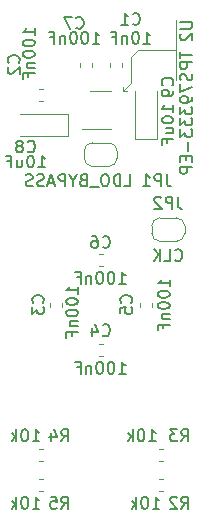
<source format=gbr>
G04 #@! TF.GenerationSoftware,KiCad,Pcbnew,(5.1.0)-1*
G04 #@! TF.CreationDate,2020-08-07T11:47:51-07:00*
G04 #@! TF.ProjectId,MAX7_Proto,4d415837-5f50-4726-9f74-6f2e6b696361,rev?*
G04 #@! TF.SameCoordinates,Original*
G04 #@! TF.FileFunction,Legend,Bot*
G04 #@! TF.FilePolarity,Positive*
%FSLAX46Y46*%
G04 Gerber Fmt 4.6, Leading zero omitted, Abs format (unit mm)*
G04 Created by KiCad (PCBNEW (5.1.0)-1) date 2020-08-07 11:47:51*
%MOMM*%
%LPD*%
G04 APERTURE LIST*
%ADD10C,0.120000*%
%ADD11C,0.150000*%
G04 APERTURE END LIST*
D10*
X139065000Y-83502500D02*
X139382500Y-83502500D01*
X139065000Y-83502500D02*
X139065000Y-83185000D01*
X139700000Y-82867500D02*
X139065000Y-83502500D01*
X143510000Y-80010000D02*
X143510000Y-82550000D01*
X143510000Y-80010000D02*
X143510000Y-77470000D01*
X140335000Y-80010000D02*
X143510000Y-80010000D01*
X139700000Y-82867500D02*
X139700000Y-80645000D01*
X139700000Y-80645000D02*
X140335000Y-80010000D01*
X137331267Y-98300000D02*
X136988733Y-98300000D01*
X137331267Y-97280000D02*
X136988733Y-97280000D01*
X141480000Y-101771267D02*
X141480000Y-101428733D01*
X140460000Y-101771267D02*
X140460000Y-101428733D01*
X137920000Y-81451267D02*
X137920000Y-81108733D01*
X138940000Y-81451267D02*
X138940000Y-81108733D01*
X132251267Y-83310000D02*
X131908733Y-83310000D01*
X132251267Y-84330000D02*
X131908733Y-84330000D01*
X132840000Y-101428733D02*
X132840000Y-101771267D01*
X133860000Y-101428733D02*
X133860000Y-101771267D01*
X136988733Y-104900000D02*
X137331267Y-104900000D01*
X136988733Y-105920000D02*
X137331267Y-105920000D01*
X136400000Y-81451267D02*
X136400000Y-81108733D01*
X135380000Y-81451267D02*
X135380000Y-81108733D01*
X130312500Y-85425000D02*
X134397500Y-85425000D01*
X134397500Y-85425000D02*
X134397500Y-87295000D01*
X134397500Y-87295000D02*
X130312500Y-87295000D01*
X140035000Y-87575000D02*
X140035000Y-83490000D01*
X141905000Y-87575000D02*
X140035000Y-87575000D01*
X141905000Y-83490000D02*
X141905000Y-87575000D01*
X136460000Y-89900000D02*
X137860000Y-89900000D01*
X138560000Y-89200000D02*
X138560000Y-88600000D01*
X137860000Y-87900000D02*
X136460000Y-87900000D01*
X135760000Y-88600000D02*
X135760000Y-89200000D01*
X135760000Y-89200000D02*
G75*
G03X136460000Y-89900000I700000J0D01*
G01*
X136460000Y-87900000D02*
G75*
G03X135760000Y-88600000I0J-700000D01*
G01*
X138560000Y-88600000D02*
G75*
G03X137860000Y-87900000I-700000J0D01*
G01*
X137860000Y-89900000D02*
G75*
G03X138560000Y-89200000I0J700000D01*
G01*
X143590000Y-96250000D02*
G75*
G03X144290000Y-95550000I0J700000D01*
G01*
X144290000Y-94950000D02*
G75*
G03X143590000Y-94250000I-700000J0D01*
G01*
X142190000Y-94250000D02*
G75*
G03X141490000Y-94950000I0J-700000D01*
G01*
X141490000Y-95550000D02*
G75*
G03X142190000Y-96250000I700000J0D01*
G01*
X141490000Y-94950000D02*
X141490000Y-95550000D01*
X143590000Y-94250000D02*
X142190000Y-94250000D01*
X144290000Y-95550000D02*
X144290000Y-94950000D01*
X142190000Y-96250000D02*
X143590000Y-96250000D01*
X142068733Y-117350000D02*
X142411267Y-117350000D01*
X142068733Y-116330000D02*
X142411267Y-116330000D01*
X142068733Y-114810000D02*
X142411267Y-114810000D01*
X142068733Y-113790000D02*
X142411267Y-113790000D01*
X132251267Y-114810000D02*
X131908733Y-114810000D01*
X132251267Y-113790000D02*
X131908733Y-113790000D01*
X132251267Y-116330000D02*
X131908733Y-116330000D01*
X132251267Y-117350000D02*
X131908733Y-117350000D01*
X136260000Y-83480000D02*
X138060000Y-83480000D01*
X138060000Y-86700000D02*
X135610000Y-86700000D01*
D11*
X137326666Y-96717142D02*
X137374285Y-96764761D01*
X137517142Y-96812380D01*
X137612380Y-96812380D01*
X137755238Y-96764761D01*
X137850476Y-96669523D01*
X137898095Y-96574285D01*
X137945714Y-96383809D01*
X137945714Y-96240952D01*
X137898095Y-96050476D01*
X137850476Y-95955238D01*
X137755238Y-95860000D01*
X137612380Y-95812380D01*
X137517142Y-95812380D01*
X137374285Y-95860000D01*
X137326666Y-95907619D01*
X136469523Y-95812380D02*
X136660000Y-95812380D01*
X136755238Y-95860000D01*
X136802857Y-95907619D01*
X136898095Y-96050476D01*
X136945714Y-96240952D01*
X136945714Y-96621904D01*
X136898095Y-96717142D01*
X136850476Y-96764761D01*
X136755238Y-96812380D01*
X136564761Y-96812380D01*
X136469523Y-96764761D01*
X136421904Y-96717142D01*
X136374285Y-96621904D01*
X136374285Y-96383809D01*
X136421904Y-96288571D01*
X136469523Y-96240952D01*
X136564761Y-96193333D01*
X136755238Y-96193333D01*
X136850476Y-96240952D01*
X136898095Y-96288571D01*
X136945714Y-96383809D01*
X138707619Y-99829880D02*
X139279047Y-99829880D01*
X138993333Y-99829880D02*
X138993333Y-98829880D01*
X139088571Y-98972738D01*
X139183809Y-99067976D01*
X139279047Y-99115595D01*
X138088571Y-98829880D02*
X137993333Y-98829880D01*
X137898095Y-98877500D01*
X137850476Y-98925119D01*
X137802857Y-99020357D01*
X137755238Y-99210833D01*
X137755238Y-99448928D01*
X137802857Y-99639404D01*
X137850476Y-99734642D01*
X137898095Y-99782261D01*
X137993333Y-99829880D01*
X138088571Y-99829880D01*
X138183809Y-99782261D01*
X138231428Y-99734642D01*
X138279047Y-99639404D01*
X138326666Y-99448928D01*
X138326666Y-99210833D01*
X138279047Y-99020357D01*
X138231428Y-98925119D01*
X138183809Y-98877500D01*
X138088571Y-98829880D01*
X137136190Y-98829880D02*
X137040952Y-98829880D01*
X136945714Y-98877500D01*
X136898095Y-98925119D01*
X136850476Y-99020357D01*
X136802857Y-99210833D01*
X136802857Y-99448928D01*
X136850476Y-99639404D01*
X136898095Y-99734642D01*
X136945714Y-99782261D01*
X137040952Y-99829880D01*
X137136190Y-99829880D01*
X137231428Y-99782261D01*
X137279047Y-99734642D01*
X137326666Y-99639404D01*
X137374285Y-99448928D01*
X137374285Y-99210833D01*
X137326666Y-99020357D01*
X137279047Y-98925119D01*
X137231428Y-98877500D01*
X137136190Y-98829880D01*
X136374285Y-99163214D02*
X136374285Y-99829880D01*
X136374285Y-99258452D02*
X136326666Y-99210833D01*
X136231428Y-99163214D01*
X136088571Y-99163214D01*
X135993333Y-99210833D01*
X135945714Y-99306071D01*
X135945714Y-99829880D01*
X135136190Y-99306071D02*
X135469523Y-99306071D01*
X135469523Y-99829880D02*
X135469523Y-98829880D01*
X134993333Y-98829880D01*
X139739642Y-101433333D02*
X139787261Y-101385714D01*
X139834880Y-101242857D01*
X139834880Y-101147619D01*
X139787261Y-101004761D01*
X139692023Y-100909523D01*
X139596785Y-100861904D01*
X139406309Y-100814285D01*
X139263452Y-100814285D01*
X139072976Y-100861904D01*
X138977738Y-100909523D01*
X138882500Y-101004761D01*
X138834880Y-101147619D01*
X138834880Y-101242857D01*
X138882500Y-101385714D01*
X138930119Y-101433333D01*
X138834880Y-102338095D02*
X138834880Y-101861904D01*
X139311071Y-101814285D01*
X139263452Y-101861904D01*
X139215833Y-101957142D01*
X139215833Y-102195238D01*
X139263452Y-102290476D01*
X139311071Y-102338095D01*
X139406309Y-102385714D01*
X139644404Y-102385714D01*
X139739642Y-102338095D01*
X139787261Y-102290476D01*
X139834880Y-102195238D01*
X139834880Y-101957142D01*
X139787261Y-101861904D01*
X139739642Y-101814285D01*
X143009880Y-100052380D02*
X143009880Y-99480952D01*
X143009880Y-99766666D02*
X142009880Y-99766666D01*
X142152738Y-99671428D01*
X142247976Y-99576190D01*
X142295595Y-99480952D01*
X142009880Y-100671428D02*
X142009880Y-100766666D01*
X142057500Y-100861904D01*
X142105119Y-100909523D01*
X142200357Y-100957142D01*
X142390833Y-101004761D01*
X142628928Y-101004761D01*
X142819404Y-100957142D01*
X142914642Y-100909523D01*
X142962261Y-100861904D01*
X143009880Y-100766666D01*
X143009880Y-100671428D01*
X142962261Y-100576190D01*
X142914642Y-100528571D01*
X142819404Y-100480952D01*
X142628928Y-100433333D01*
X142390833Y-100433333D01*
X142200357Y-100480952D01*
X142105119Y-100528571D01*
X142057500Y-100576190D01*
X142009880Y-100671428D01*
X142009880Y-101623809D02*
X142009880Y-101719047D01*
X142057500Y-101814285D01*
X142105119Y-101861904D01*
X142200357Y-101909523D01*
X142390833Y-101957142D01*
X142628928Y-101957142D01*
X142819404Y-101909523D01*
X142914642Y-101861904D01*
X142962261Y-101814285D01*
X143009880Y-101719047D01*
X143009880Y-101623809D01*
X142962261Y-101528571D01*
X142914642Y-101480952D01*
X142819404Y-101433333D01*
X142628928Y-101385714D01*
X142390833Y-101385714D01*
X142200357Y-101433333D01*
X142105119Y-101480952D01*
X142057500Y-101528571D01*
X142009880Y-101623809D01*
X142343214Y-102385714D02*
X143009880Y-102385714D01*
X142438452Y-102385714D02*
X142390833Y-102433333D01*
X142343214Y-102528571D01*
X142343214Y-102671428D01*
X142390833Y-102766666D01*
X142486071Y-102814285D01*
X143009880Y-102814285D01*
X142486071Y-103623809D02*
X142486071Y-103290476D01*
X143009880Y-103290476D02*
X142009880Y-103290476D01*
X142009880Y-103766666D01*
X139866666Y-77827142D02*
X139914285Y-77874761D01*
X140057142Y-77922380D01*
X140152380Y-77922380D01*
X140295238Y-77874761D01*
X140390476Y-77779523D01*
X140438095Y-77684285D01*
X140485714Y-77493809D01*
X140485714Y-77350952D01*
X140438095Y-77160476D01*
X140390476Y-77065238D01*
X140295238Y-76970000D01*
X140152380Y-76922380D01*
X140057142Y-76922380D01*
X139914285Y-76970000D01*
X139866666Y-77017619D01*
X138914285Y-77922380D02*
X139485714Y-77922380D01*
X139200000Y-77922380D02*
X139200000Y-76922380D01*
X139295238Y-77065238D01*
X139390476Y-77160476D01*
X139485714Y-77208095D01*
X140771428Y-79509880D02*
X141342857Y-79509880D01*
X141057142Y-79509880D02*
X141057142Y-78509880D01*
X141152380Y-78652738D01*
X141247619Y-78747976D01*
X141342857Y-78795595D01*
X140152380Y-78509880D02*
X140057142Y-78509880D01*
X139961904Y-78557500D01*
X139914285Y-78605119D01*
X139866666Y-78700357D01*
X139819047Y-78890833D01*
X139819047Y-79128928D01*
X139866666Y-79319404D01*
X139914285Y-79414642D01*
X139961904Y-79462261D01*
X140057142Y-79509880D01*
X140152380Y-79509880D01*
X140247619Y-79462261D01*
X140295238Y-79414642D01*
X140342857Y-79319404D01*
X140390476Y-79128928D01*
X140390476Y-78890833D01*
X140342857Y-78700357D01*
X140295238Y-78605119D01*
X140247619Y-78557500D01*
X140152380Y-78509880D01*
X139390476Y-78843214D02*
X139390476Y-79509880D01*
X139390476Y-78938452D02*
X139342857Y-78890833D01*
X139247619Y-78843214D01*
X139104761Y-78843214D01*
X139009523Y-78890833D01*
X138961904Y-78986071D01*
X138961904Y-79509880D01*
X138152380Y-78986071D02*
X138485714Y-78986071D01*
X138485714Y-79509880D02*
X138485714Y-78509880D01*
X138009523Y-78509880D01*
X130214642Y-81113333D02*
X130262261Y-81065714D01*
X130309880Y-80922857D01*
X130309880Y-80827619D01*
X130262261Y-80684761D01*
X130167023Y-80589523D01*
X130071785Y-80541904D01*
X129881309Y-80494285D01*
X129738452Y-80494285D01*
X129547976Y-80541904D01*
X129452738Y-80589523D01*
X129357500Y-80684761D01*
X129309880Y-80827619D01*
X129309880Y-80922857D01*
X129357500Y-81065714D01*
X129405119Y-81113333D01*
X129405119Y-81494285D02*
X129357500Y-81541904D01*
X129309880Y-81637142D01*
X129309880Y-81875238D01*
X129357500Y-81970476D01*
X129405119Y-82018095D01*
X129500357Y-82065714D01*
X129595595Y-82065714D01*
X129738452Y-82018095D01*
X130309880Y-81446666D01*
X130309880Y-82065714D01*
X131579880Y-78779880D02*
X131579880Y-78208452D01*
X131579880Y-78494166D02*
X130579880Y-78494166D01*
X130722738Y-78398928D01*
X130817976Y-78303690D01*
X130865595Y-78208452D01*
X130579880Y-79398928D02*
X130579880Y-79494166D01*
X130627500Y-79589404D01*
X130675119Y-79637023D01*
X130770357Y-79684642D01*
X130960833Y-79732261D01*
X131198928Y-79732261D01*
X131389404Y-79684642D01*
X131484642Y-79637023D01*
X131532261Y-79589404D01*
X131579880Y-79494166D01*
X131579880Y-79398928D01*
X131532261Y-79303690D01*
X131484642Y-79256071D01*
X131389404Y-79208452D01*
X131198928Y-79160833D01*
X130960833Y-79160833D01*
X130770357Y-79208452D01*
X130675119Y-79256071D01*
X130627500Y-79303690D01*
X130579880Y-79398928D01*
X130579880Y-80351309D02*
X130579880Y-80446547D01*
X130627500Y-80541785D01*
X130675119Y-80589404D01*
X130770357Y-80637023D01*
X130960833Y-80684642D01*
X131198928Y-80684642D01*
X131389404Y-80637023D01*
X131484642Y-80589404D01*
X131532261Y-80541785D01*
X131579880Y-80446547D01*
X131579880Y-80351309D01*
X131532261Y-80256071D01*
X131484642Y-80208452D01*
X131389404Y-80160833D01*
X131198928Y-80113214D01*
X130960833Y-80113214D01*
X130770357Y-80160833D01*
X130675119Y-80208452D01*
X130627500Y-80256071D01*
X130579880Y-80351309D01*
X130913214Y-81113214D02*
X131579880Y-81113214D01*
X131008452Y-81113214D02*
X130960833Y-81160833D01*
X130913214Y-81256071D01*
X130913214Y-81398928D01*
X130960833Y-81494166D01*
X131056071Y-81541785D01*
X131579880Y-81541785D01*
X131056071Y-82351309D02*
X131056071Y-82017976D01*
X131579880Y-82017976D02*
X130579880Y-82017976D01*
X130579880Y-82494166D01*
X132277142Y-101433333D02*
X132324761Y-101385714D01*
X132372380Y-101242857D01*
X132372380Y-101147619D01*
X132324761Y-101004761D01*
X132229523Y-100909523D01*
X132134285Y-100861904D01*
X131943809Y-100814285D01*
X131800952Y-100814285D01*
X131610476Y-100861904D01*
X131515238Y-100909523D01*
X131420000Y-101004761D01*
X131372380Y-101147619D01*
X131372380Y-101242857D01*
X131420000Y-101385714D01*
X131467619Y-101433333D01*
X131372380Y-101766666D02*
X131372380Y-102385714D01*
X131753333Y-102052380D01*
X131753333Y-102195238D01*
X131800952Y-102290476D01*
X131848571Y-102338095D01*
X131943809Y-102385714D01*
X132181904Y-102385714D01*
X132277142Y-102338095D01*
X132324761Y-102290476D01*
X132372380Y-102195238D01*
X132372380Y-101909523D01*
X132324761Y-101814285D01*
X132277142Y-101766666D01*
X135232380Y-100687380D02*
X135232380Y-100115952D01*
X135232380Y-100401666D02*
X134232380Y-100401666D01*
X134375238Y-100306428D01*
X134470476Y-100211190D01*
X134518095Y-100115952D01*
X134232380Y-101306428D02*
X134232380Y-101401666D01*
X134280000Y-101496904D01*
X134327619Y-101544523D01*
X134422857Y-101592142D01*
X134613333Y-101639761D01*
X134851428Y-101639761D01*
X135041904Y-101592142D01*
X135137142Y-101544523D01*
X135184761Y-101496904D01*
X135232380Y-101401666D01*
X135232380Y-101306428D01*
X135184761Y-101211190D01*
X135137142Y-101163571D01*
X135041904Y-101115952D01*
X134851428Y-101068333D01*
X134613333Y-101068333D01*
X134422857Y-101115952D01*
X134327619Y-101163571D01*
X134280000Y-101211190D01*
X134232380Y-101306428D01*
X134232380Y-102258809D02*
X134232380Y-102354047D01*
X134280000Y-102449285D01*
X134327619Y-102496904D01*
X134422857Y-102544523D01*
X134613333Y-102592142D01*
X134851428Y-102592142D01*
X135041904Y-102544523D01*
X135137142Y-102496904D01*
X135184761Y-102449285D01*
X135232380Y-102354047D01*
X135232380Y-102258809D01*
X135184761Y-102163571D01*
X135137142Y-102115952D01*
X135041904Y-102068333D01*
X134851428Y-102020714D01*
X134613333Y-102020714D01*
X134422857Y-102068333D01*
X134327619Y-102115952D01*
X134280000Y-102163571D01*
X134232380Y-102258809D01*
X134565714Y-103020714D02*
X135232380Y-103020714D01*
X134660952Y-103020714D02*
X134613333Y-103068333D01*
X134565714Y-103163571D01*
X134565714Y-103306428D01*
X134613333Y-103401666D01*
X134708571Y-103449285D01*
X135232380Y-103449285D01*
X134708571Y-104258809D02*
X134708571Y-103925476D01*
X135232380Y-103925476D02*
X134232380Y-103925476D01*
X134232380Y-104401666D01*
X137326666Y-104179642D02*
X137374285Y-104227261D01*
X137517142Y-104274880D01*
X137612380Y-104274880D01*
X137755238Y-104227261D01*
X137850476Y-104132023D01*
X137898095Y-104036785D01*
X137945714Y-103846309D01*
X137945714Y-103703452D01*
X137898095Y-103512976D01*
X137850476Y-103417738D01*
X137755238Y-103322500D01*
X137612380Y-103274880D01*
X137517142Y-103274880D01*
X137374285Y-103322500D01*
X137326666Y-103370119D01*
X136469523Y-103608214D02*
X136469523Y-104274880D01*
X136707619Y-103227261D02*
X136945714Y-103941547D01*
X136326666Y-103941547D01*
X138707619Y-107449880D02*
X139279047Y-107449880D01*
X138993333Y-107449880D02*
X138993333Y-106449880D01*
X139088571Y-106592738D01*
X139183809Y-106687976D01*
X139279047Y-106735595D01*
X138088571Y-106449880D02*
X137993333Y-106449880D01*
X137898095Y-106497500D01*
X137850476Y-106545119D01*
X137802857Y-106640357D01*
X137755238Y-106830833D01*
X137755238Y-107068928D01*
X137802857Y-107259404D01*
X137850476Y-107354642D01*
X137898095Y-107402261D01*
X137993333Y-107449880D01*
X138088571Y-107449880D01*
X138183809Y-107402261D01*
X138231428Y-107354642D01*
X138279047Y-107259404D01*
X138326666Y-107068928D01*
X138326666Y-106830833D01*
X138279047Y-106640357D01*
X138231428Y-106545119D01*
X138183809Y-106497500D01*
X138088571Y-106449880D01*
X137136190Y-106449880D02*
X137040952Y-106449880D01*
X136945714Y-106497500D01*
X136898095Y-106545119D01*
X136850476Y-106640357D01*
X136802857Y-106830833D01*
X136802857Y-107068928D01*
X136850476Y-107259404D01*
X136898095Y-107354642D01*
X136945714Y-107402261D01*
X137040952Y-107449880D01*
X137136190Y-107449880D01*
X137231428Y-107402261D01*
X137279047Y-107354642D01*
X137326666Y-107259404D01*
X137374285Y-107068928D01*
X137374285Y-106830833D01*
X137326666Y-106640357D01*
X137279047Y-106545119D01*
X137231428Y-106497500D01*
X137136190Y-106449880D01*
X136374285Y-106783214D02*
X136374285Y-107449880D01*
X136374285Y-106878452D02*
X136326666Y-106830833D01*
X136231428Y-106783214D01*
X136088571Y-106783214D01*
X135993333Y-106830833D01*
X135945714Y-106926071D01*
X135945714Y-107449880D01*
X135136190Y-106926071D02*
X135469523Y-106926071D01*
X135469523Y-107449880D02*
X135469523Y-106449880D01*
X134993333Y-106449880D01*
X135104166Y-78144642D02*
X135151785Y-78192261D01*
X135294642Y-78239880D01*
X135389880Y-78239880D01*
X135532738Y-78192261D01*
X135627976Y-78097023D01*
X135675595Y-78001785D01*
X135723214Y-77811309D01*
X135723214Y-77668452D01*
X135675595Y-77477976D01*
X135627976Y-77382738D01*
X135532738Y-77287500D01*
X135389880Y-77239880D01*
X135294642Y-77239880D01*
X135151785Y-77287500D01*
X135104166Y-77335119D01*
X134770833Y-77239880D02*
X134104166Y-77239880D01*
X134532738Y-78239880D01*
X136485119Y-79509880D02*
X137056547Y-79509880D01*
X136770833Y-79509880D02*
X136770833Y-78509880D01*
X136866071Y-78652738D01*
X136961309Y-78747976D01*
X137056547Y-78795595D01*
X135866071Y-78509880D02*
X135770833Y-78509880D01*
X135675595Y-78557500D01*
X135627976Y-78605119D01*
X135580357Y-78700357D01*
X135532738Y-78890833D01*
X135532738Y-79128928D01*
X135580357Y-79319404D01*
X135627976Y-79414642D01*
X135675595Y-79462261D01*
X135770833Y-79509880D01*
X135866071Y-79509880D01*
X135961309Y-79462261D01*
X136008928Y-79414642D01*
X136056547Y-79319404D01*
X136104166Y-79128928D01*
X136104166Y-78890833D01*
X136056547Y-78700357D01*
X136008928Y-78605119D01*
X135961309Y-78557500D01*
X135866071Y-78509880D01*
X134913690Y-78509880D02*
X134818452Y-78509880D01*
X134723214Y-78557500D01*
X134675595Y-78605119D01*
X134627976Y-78700357D01*
X134580357Y-78890833D01*
X134580357Y-79128928D01*
X134627976Y-79319404D01*
X134675595Y-79414642D01*
X134723214Y-79462261D01*
X134818452Y-79509880D01*
X134913690Y-79509880D01*
X135008928Y-79462261D01*
X135056547Y-79414642D01*
X135104166Y-79319404D01*
X135151785Y-79128928D01*
X135151785Y-78890833D01*
X135104166Y-78700357D01*
X135056547Y-78605119D01*
X135008928Y-78557500D01*
X134913690Y-78509880D01*
X134151785Y-78843214D02*
X134151785Y-79509880D01*
X134151785Y-78938452D02*
X134104166Y-78890833D01*
X134008928Y-78843214D01*
X133866071Y-78843214D01*
X133770833Y-78890833D01*
X133723214Y-78986071D01*
X133723214Y-79509880D01*
X132913690Y-78986071D02*
X133247023Y-78986071D01*
X133247023Y-79509880D02*
X133247023Y-78509880D01*
X132770833Y-78509880D01*
X130976666Y-88622142D02*
X131024285Y-88669761D01*
X131167142Y-88717380D01*
X131262380Y-88717380D01*
X131405238Y-88669761D01*
X131500476Y-88574523D01*
X131548095Y-88479285D01*
X131595714Y-88288809D01*
X131595714Y-88145952D01*
X131548095Y-87955476D01*
X131500476Y-87860238D01*
X131405238Y-87765000D01*
X131262380Y-87717380D01*
X131167142Y-87717380D01*
X131024285Y-87765000D01*
X130976666Y-87812619D01*
X130405238Y-88145952D02*
X130500476Y-88098333D01*
X130548095Y-88050714D01*
X130595714Y-87955476D01*
X130595714Y-87907857D01*
X130548095Y-87812619D01*
X130500476Y-87765000D01*
X130405238Y-87717380D01*
X130214761Y-87717380D01*
X130119523Y-87765000D01*
X130071904Y-87812619D01*
X130024285Y-87907857D01*
X130024285Y-87955476D01*
X130071904Y-88050714D01*
X130119523Y-88098333D01*
X130214761Y-88145952D01*
X130405238Y-88145952D01*
X130500476Y-88193571D01*
X130548095Y-88241190D01*
X130595714Y-88336428D01*
X130595714Y-88526904D01*
X130548095Y-88622142D01*
X130500476Y-88669761D01*
X130405238Y-88717380D01*
X130214761Y-88717380D01*
X130119523Y-88669761D01*
X130071904Y-88622142D01*
X130024285Y-88526904D01*
X130024285Y-88336428D01*
X130071904Y-88241190D01*
X130119523Y-88193571D01*
X130214761Y-88145952D01*
X131881428Y-89987380D02*
X132452857Y-89987380D01*
X132167142Y-89987380D02*
X132167142Y-88987380D01*
X132262380Y-89130238D01*
X132357619Y-89225476D01*
X132452857Y-89273095D01*
X131262380Y-88987380D02*
X131167142Y-88987380D01*
X131071904Y-89035000D01*
X131024285Y-89082619D01*
X130976666Y-89177857D01*
X130929047Y-89368333D01*
X130929047Y-89606428D01*
X130976666Y-89796904D01*
X131024285Y-89892142D01*
X131071904Y-89939761D01*
X131167142Y-89987380D01*
X131262380Y-89987380D01*
X131357619Y-89939761D01*
X131405238Y-89892142D01*
X131452857Y-89796904D01*
X131500476Y-89606428D01*
X131500476Y-89368333D01*
X131452857Y-89177857D01*
X131405238Y-89082619D01*
X131357619Y-89035000D01*
X131262380Y-88987380D01*
X130071904Y-89320714D02*
X130071904Y-89987380D01*
X130500476Y-89320714D02*
X130500476Y-89844523D01*
X130452857Y-89939761D01*
X130357619Y-89987380D01*
X130214761Y-89987380D01*
X130119523Y-89939761D01*
X130071904Y-89892142D01*
X129262380Y-89463571D02*
X129595714Y-89463571D01*
X129595714Y-89987380D02*
X129595714Y-88987380D01*
X129119523Y-88987380D01*
X143232142Y-83018333D02*
X143279761Y-82970714D01*
X143327380Y-82827857D01*
X143327380Y-82732619D01*
X143279761Y-82589761D01*
X143184523Y-82494523D01*
X143089285Y-82446904D01*
X142898809Y-82399285D01*
X142755952Y-82399285D01*
X142565476Y-82446904D01*
X142470238Y-82494523D01*
X142375000Y-82589761D01*
X142327380Y-82732619D01*
X142327380Y-82827857D01*
X142375000Y-82970714D01*
X142422619Y-83018333D01*
X143327380Y-83494523D02*
X143327380Y-83685000D01*
X143279761Y-83780238D01*
X143232142Y-83827857D01*
X143089285Y-83923095D01*
X142898809Y-83970714D01*
X142517857Y-83970714D01*
X142422619Y-83923095D01*
X142375000Y-83875476D01*
X142327380Y-83780238D01*
X142327380Y-83589761D01*
X142375000Y-83494523D01*
X142422619Y-83446904D01*
X142517857Y-83399285D01*
X142755952Y-83399285D01*
X142851190Y-83446904D01*
X142898809Y-83494523D01*
X142946428Y-83589761D01*
X142946428Y-83780238D01*
X142898809Y-83875476D01*
X142851190Y-83923095D01*
X142755952Y-83970714D01*
X143327380Y-85288571D02*
X143327380Y-84717142D01*
X143327380Y-85002857D02*
X142327380Y-85002857D01*
X142470238Y-84907619D01*
X142565476Y-84812380D01*
X142613095Y-84717142D01*
X142327380Y-85907619D02*
X142327380Y-86002857D01*
X142375000Y-86098095D01*
X142422619Y-86145714D01*
X142517857Y-86193333D01*
X142708333Y-86240952D01*
X142946428Y-86240952D01*
X143136904Y-86193333D01*
X143232142Y-86145714D01*
X143279761Y-86098095D01*
X143327380Y-86002857D01*
X143327380Y-85907619D01*
X143279761Y-85812380D01*
X143232142Y-85764761D01*
X143136904Y-85717142D01*
X142946428Y-85669523D01*
X142708333Y-85669523D01*
X142517857Y-85717142D01*
X142422619Y-85764761D01*
X142375000Y-85812380D01*
X142327380Y-85907619D01*
X142660714Y-87098095D02*
X143327380Y-87098095D01*
X142660714Y-86669523D02*
X143184523Y-86669523D01*
X143279761Y-86717142D01*
X143327380Y-86812380D01*
X143327380Y-86955238D01*
X143279761Y-87050476D01*
X143232142Y-87098095D01*
X142803571Y-87907619D02*
X142803571Y-87574285D01*
X143327380Y-87574285D02*
X142327380Y-87574285D01*
X142327380Y-88050476D01*
X142755833Y-90574880D02*
X142755833Y-91289166D01*
X142803452Y-91432023D01*
X142898690Y-91527261D01*
X143041547Y-91574880D01*
X143136785Y-91574880D01*
X142279642Y-91574880D02*
X142279642Y-90574880D01*
X141898690Y-90574880D01*
X141803452Y-90622500D01*
X141755833Y-90670119D01*
X141708214Y-90765357D01*
X141708214Y-90908214D01*
X141755833Y-91003452D01*
X141803452Y-91051071D01*
X141898690Y-91098690D01*
X142279642Y-91098690D01*
X140755833Y-91574880D02*
X141327261Y-91574880D01*
X141041547Y-91574880D02*
X141041547Y-90574880D01*
X141136785Y-90717738D01*
X141232023Y-90812976D01*
X141327261Y-90860595D01*
X139159761Y-91574880D02*
X139635952Y-91574880D01*
X139635952Y-90574880D01*
X138826428Y-91574880D02*
X138826428Y-90574880D01*
X138588333Y-90574880D01*
X138445476Y-90622500D01*
X138350238Y-90717738D01*
X138302619Y-90812976D01*
X138255000Y-91003452D01*
X138255000Y-91146309D01*
X138302619Y-91336785D01*
X138350238Y-91432023D01*
X138445476Y-91527261D01*
X138588333Y-91574880D01*
X138826428Y-91574880D01*
X137635952Y-90574880D02*
X137445476Y-90574880D01*
X137350238Y-90622500D01*
X137255000Y-90717738D01*
X137207380Y-90908214D01*
X137207380Y-91241547D01*
X137255000Y-91432023D01*
X137350238Y-91527261D01*
X137445476Y-91574880D01*
X137635952Y-91574880D01*
X137731190Y-91527261D01*
X137826428Y-91432023D01*
X137874047Y-91241547D01*
X137874047Y-90908214D01*
X137826428Y-90717738D01*
X137731190Y-90622500D01*
X137635952Y-90574880D01*
X137016904Y-91670119D02*
X136255000Y-91670119D01*
X135683571Y-91051071D02*
X135540714Y-91098690D01*
X135493095Y-91146309D01*
X135445476Y-91241547D01*
X135445476Y-91384404D01*
X135493095Y-91479642D01*
X135540714Y-91527261D01*
X135635952Y-91574880D01*
X136016904Y-91574880D01*
X136016904Y-90574880D01*
X135683571Y-90574880D01*
X135588333Y-90622500D01*
X135540714Y-90670119D01*
X135493095Y-90765357D01*
X135493095Y-90860595D01*
X135540714Y-90955833D01*
X135588333Y-91003452D01*
X135683571Y-91051071D01*
X136016904Y-91051071D01*
X134826428Y-91098690D02*
X134826428Y-91574880D01*
X135159761Y-90574880D02*
X134826428Y-91098690D01*
X134493095Y-90574880D01*
X134159761Y-91574880D02*
X134159761Y-90574880D01*
X133778809Y-90574880D01*
X133683571Y-90622500D01*
X133635952Y-90670119D01*
X133588333Y-90765357D01*
X133588333Y-90908214D01*
X133635952Y-91003452D01*
X133683571Y-91051071D01*
X133778809Y-91098690D01*
X134159761Y-91098690D01*
X133207380Y-91289166D02*
X132731190Y-91289166D01*
X133302619Y-91574880D02*
X132969285Y-90574880D01*
X132635952Y-91574880D01*
X132350238Y-91527261D02*
X132207380Y-91574880D01*
X131969285Y-91574880D01*
X131874047Y-91527261D01*
X131826428Y-91479642D01*
X131778809Y-91384404D01*
X131778809Y-91289166D01*
X131826428Y-91193928D01*
X131874047Y-91146309D01*
X131969285Y-91098690D01*
X132159761Y-91051071D01*
X132255000Y-91003452D01*
X132302619Y-90955833D01*
X132350238Y-90860595D01*
X132350238Y-90765357D01*
X132302619Y-90670119D01*
X132255000Y-90622500D01*
X132159761Y-90574880D01*
X131921666Y-90574880D01*
X131778809Y-90622500D01*
X131397857Y-91527261D02*
X131255000Y-91574880D01*
X131016904Y-91574880D01*
X130921666Y-91527261D01*
X130874047Y-91479642D01*
X130826428Y-91384404D01*
X130826428Y-91289166D01*
X130874047Y-91193928D01*
X130921666Y-91146309D01*
X131016904Y-91098690D01*
X131207380Y-91051071D01*
X131302619Y-91003452D01*
X131350238Y-90955833D01*
X131397857Y-90860595D01*
X131397857Y-90765357D01*
X131350238Y-90670119D01*
X131302619Y-90622500D01*
X131207380Y-90574880D01*
X130969285Y-90574880D01*
X130826428Y-90622500D01*
X143708333Y-92479880D02*
X143708333Y-93194166D01*
X143755952Y-93337023D01*
X143851190Y-93432261D01*
X143994047Y-93479880D01*
X144089285Y-93479880D01*
X143232142Y-93479880D02*
X143232142Y-92479880D01*
X142851190Y-92479880D01*
X142755952Y-92527500D01*
X142708333Y-92575119D01*
X142660714Y-92670357D01*
X142660714Y-92813214D01*
X142708333Y-92908452D01*
X142755952Y-92956071D01*
X142851190Y-93003690D01*
X143232142Y-93003690D01*
X142279761Y-92575119D02*
X142232142Y-92527500D01*
X142136904Y-92479880D01*
X141898809Y-92479880D01*
X141803571Y-92527500D01*
X141755952Y-92575119D01*
X141708333Y-92670357D01*
X141708333Y-92765595D01*
X141755952Y-92908452D01*
X142327380Y-93479880D01*
X141708333Y-93479880D01*
X143470238Y-97829642D02*
X143517857Y-97877261D01*
X143660714Y-97924880D01*
X143755952Y-97924880D01*
X143898809Y-97877261D01*
X143994047Y-97782023D01*
X144041666Y-97686785D01*
X144089285Y-97496309D01*
X144089285Y-97353452D01*
X144041666Y-97162976D01*
X143994047Y-97067738D01*
X143898809Y-96972500D01*
X143755952Y-96924880D01*
X143660714Y-96924880D01*
X143517857Y-96972500D01*
X143470238Y-97020119D01*
X142565476Y-97924880D02*
X143041666Y-97924880D01*
X143041666Y-96924880D01*
X142232142Y-97924880D02*
X142232142Y-96924880D01*
X141660714Y-97924880D02*
X142089285Y-97353452D01*
X141660714Y-96924880D02*
X142232142Y-97496309D01*
X143994166Y-118879880D02*
X144327500Y-118403690D01*
X144565595Y-118879880D02*
X144565595Y-117879880D01*
X144184642Y-117879880D01*
X144089404Y-117927500D01*
X144041785Y-117975119D01*
X143994166Y-118070357D01*
X143994166Y-118213214D01*
X144041785Y-118308452D01*
X144089404Y-118356071D01*
X144184642Y-118403690D01*
X144565595Y-118403690D01*
X143613214Y-117975119D02*
X143565595Y-117927500D01*
X143470357Y-117879880D01*
X143232261Y-117879880D01*
X143137023Y-117927500D01*
X143089404Y-117975119D01*
X143041785Y-118070357D01*
X143041785Y-118165595D01*
X143089404Y-118308452D01*
X143660833Y-118879880D01*
X143041785Y-118879880D01*
X141565238Y-118879880D02*
X142136666Y-118879880D01*
X141850952Y-118879880D02*
X141850952Y-117879880D01*
X141946190Y-118022738D01*
X142041428Y-118117976D01*
X142136666Y-118165595D01*
X140946190Y-117879880D02*
X140850952Y-117879880D01*
X140755714Y-117927500D01*
X140708095Y-117975119D01*
X140660476Y-118070357D01*
X140612857Y-118260833D01*
X140612857Y-118498928D01*
X140660476Y-118689404D01*
X140708095Y-118784642D01*
X140755714Y-118832261D01*
X140850952Y-118879880D01*
X140946190Y-118879880D01*
X141041428Y-118832261D01*
X141089047Y-118784642D01*
X141136666Y-118689404D01*
X141184285Y-118498928D01*
X141184285Y-118260833D01*
X141136666Y-118070357D01*
X141089047Y-117975119D01*
X141041428Y-117927500D01*
X140946190Y-117879880D01*
X140184285Y-118879880D02*
X140184285Y-117879880D01*
X140089047Y-118498928D02*
X139803333Y-118879880D01*
X139803333Y-118213214D02*
X140184285Y-118594166D01*
X143994166Y-113164880D02*
X144327500Y-112688690D01*
X144565595Y-113164880D02*
X144565595Y-112164880D01*
X144184642Y-112164880D01*
X144089404Y-112212500D01*
X144041785Y-112260119D01*
X143994166Y-112355357D01*
X143994166Y-112498214D01*
X144041785Y-112593452D01*
X144089404Y-112641071D01*
X144184642Y-112688690D01*
X144565595Y-112688690D01*
X143660833Y-112164880D02*
X143041785Y-112164880D01*
X143375119Y-112545833D01*
X143232261Y-112545833D01*
X143137023Y-112593452D01*
X143089404Y-112641071D01*
X143041785Y-112736309D01*
X143041785Y-112974404D01*
X143089404Y-113069642D01*
X143137023Y-113117261D01*
X143232261Y-113164880D01*
X143517976Y-113164880D01*
X143613214Y-113117261D01*
X143660833Y-113069642D01*
X141247738Y-113164880D02*
X141819166Y-113164880D01*
X141533452Y-113164880D02*
X141533452Y-112164880D01*
X141628690Y-112307738D01*
X141723928Y-112402976D01*
X141819166Y-112450595D01*
X140628690Y-112164880D02*
X140533452Y-112164880D01*
X140438214Y-112212500D01*
X140390595Y-112260119D01*
X140342976Y-112355357D01*
X140295357Y-112545833D01*
X140295357Y-112783928D01*
X140342976Y-112974404D01*
X140390595Y-113069642D01*
X140438214Y-113117261D01*
X140533452Y-113164880D01*
X140628690Y-113164880D01*
X140723928Y-113117261D01*
X140771547Y-113069642D01*
X140819166Y-112974404D01*
X140866785Y-112783928D01*
X140866785Y-112545833D01*
X140819166Y-112355357D01*
X140771547Y-112260119D01*
X140723928Y-112212500D01*
X140628690Y-112164880D01*
X139866785Y-113164880D02*
X139866785Y-112164880D01*
X139771547Y-112783928D02*
X139485833Y-113164880D01*
X139485833Y-112498214D02*
X139866785Y-112879166D01*
X133834166Y-113164880D02*
X134167500Y-112688690D01*
X134405595Y-113164880D02*
X134405595Y-112164880D01*
X134024642Y-112164880D01*
X133929404Y-112212500D01*
X133881785Y-112260119D01*
X133834166Y-112355357D01*
X133834166Y-112498214D01*
X133881785Y-112593452D01*
X133929404Y-112641071D01*
X134024642Y-112688690D01*
X134405595Y-112688690D01*
X132977023Y-112498214D02*
X132977023Y-113164880D01*
X133215119Y-112117261D02*
X133453214Y-112831547D01*
X132834166Y-112831547D01*
X131405238Y-113164880D02*
X131976666Y-113164880D01*
X131690952Y-113164880D02*
X131690952Y-112164880D01*
X131786190Y-112307738D01*
X131881428Y-112402976D01*
X131976666Y-112450595D01*
X130786190Y-112164880D02*
X130690952Y-112164880D01*
X130595714Y-112212500D01*
X130548095Y-112260119D01*
X130500476Y-112355357D01*
X130452857Y-112545833D01*
X130452857Y-112783928D01*
X130500476Y-112974404D01*
X130548095Y-113069642D01*
X130595714Y-113117261D01*
X130690952Y-113164880D01*
X130786190Y-113164880D01*
X130881428Y-113117261D01*
X130929047Y-113069642D01*
X130976666Y-112974404D01*
X131024285Y-112783928D01*
X131024285Y-112545833D01*
X130976666Y-112355357D01*
X130929047Y-112260119D01*
X130881428Y-112212500D01*
X130786190Y-112164880D01*
X130024285Y-113164880D02*
X130024285Y-112164880D01*
X129929047Y-112783928D02*
X129643333Y-113164880D01*
X129643333Y-112498214D02*
X130024285Y-112879166D01*
X133834166Y-118879880D02*
X134167500Y-118403690D01*
X134405595Y-118879880D02*
X134405595Y-117879880D01*
X134024642Y-117879880D01*
X133929404Y-117927500D01*
X133881785Y-117975119D01*
X133834166Y-118070357D01*
X133834166Y-118213214D01*
X133881785Y-118308452D01*
X133929404Y-118356071D01*
X134024642Y-118403690D01*
X134405595Y-118403690D01*
X132929404Y-117879880D02*
X133405595Y-117879880D01*
X133453214Y-118356071D01*
X133405595Y-118308452D01*
X133310357Y-118260833D01*
X133072261Y-118260833D01*
X132977023Y-118308452D01*
X132929404Y-118356071D01*
X132881785Y-118451309D01*
X132881785Y-118689404D01*
X132929404Y-118784642D01*
X132977023Y-118832261D01*
X133072261Y-118879880D01*
X133310357Y-118879880D01*
X133405595Y-118832261D01*
X133453214Y-118784642D01*
X131405238Y-118879880D02*
X131976666Y-118879880D01*
X131690952Y-118879880D02*
X131690952Y-117879880D01*
X131786190Y-118022738D01*
X131881428Y-118117976D01*
X131976666Y-118165595D01*
X130786190Y-117879880D02*
X130690952Y-117879880D01*
X130595714Y-117927500D01*
X130548095Y-117975119D01*
X130500476Y-118070357D01*
X130452857Y-118260833D01*
X130452857Y-118498928D01*
X130500476Y-118689404D01*
X130548095Y-118784642D01*
X130595714Y-118832261D01*
X130690952Y-118879880D01*
X130786190Y-118879880D01*
X130881428Y-118832261D01*
X130929047Y-118784642D01*
X130976666Y-118689404D01*
X131024285Y-118498928D01*
X131024285Y-118260833D01*
X130976666Y-118070357D01*
X130929047Y-117975119D01*
X130881428Y-117927500D01*
X130786190Y-117879880D01*
X130024285Y-118879880D02*
X130024285Y-117879880D01*
X129929047Y-118498928D02*
X129643333Y-118879880D01*
X129643333Y-118213214D02*
X130024285Y-118594166D01*
X143914880Y-77660595D02*
X144724404Y-77660595D01*
X144819642Y-77708214D01*
X144867261Y-77755833D01*
X144914880Y-77851071D01*
X144914880Y-78041547D01*
X144867261Y-78136785D01*
X144819642Y-78184404D01*
X144724404Y-78232023D01*
X143914880Y-78232023D01*
X144010119Y-78660595D02*
X143962500Y-78708214D01*
X143914880Y-78803452D01*
X143914880Y-79041547D01*
X143962500Y-79136785D01*
X144010119Y-79184404D01*
X144105357Y-79232023D01*
X144200595Y-79232023D01*
X144343452Y-79184404D01*
X144914880Y-78612976D01*
X144914880Y-79232023D01*
X143914880Y-80193214D02*
X143914880Y-80764642D01*
X144914880Y-80478928D02*
X143914880Y-80478928D01*
X144914880Y-81097976D02*
X143914880Y-81097976D01*
X143914880Y-81478928D01*
X143962500Y-81574166D01*
X144010119Y-81621785D01*
X144105357Y-81669404D01*
X144248214Y-81669404D01*
X144343452Y-81621785D01*
X144391071Y-81574166D01*
X144438690Y-81478928D01*
X144438690Y-81097976D01*
X144867261Y-82050357D02*
X144914880Y-82193214D01*
X144914880Y-82431309D01*
X144867261Y-82526547D01*
X144819642Y-82574166D01*
X144724404Y-82621785D01*
X144629166Y-82621785D01*
X144533928Y-82574166D01*
X144486309Y-82526547D01*
X144438690Y-82431309D01*
X144391071Y-82240833D01*
X144343452Y-82145595D01*
X144295833Y-82097976D01*
X144200595Y-82050357D01*
X144105357Y-82050357D01*
X144010119Y-82097976D01*
X143962500Y-82145595D01*
X143914880Y-82240833D01*
X143914880Y-82478928D01*
X143962500Y-82621785D01*
X143914880Y-82955119D02*
X143914880Y-83621785D01*
X144914880Y-83193214D01*
X144914880Y-84050357D02*
X144914880Y-84240833D01*
X144867261Y-84336071D01*
X144819642Y-84383690D01*
X144676785Y-84478928D01*
X144486309Y-84526547D01*
X144105357Y-84526547D01*
X144010119Y-84478928D01*
X143962500Y-84431309D01*
X143914880Y-84336071D01*
X143914880Y-84145595D01*
X143962500Y-84050357D01*
X144010119Y-84002738D01*
X144105357Y-83955119D01*
X144343452Y-83955119D01*
X144438690Y-84002738D01*
X144486309Y-84050357D01*
X144533928Y-84145595D01*
X144533928Y-84336071D01*
X144486309Y-84431309D01*
X144438690Y-84478928D01*
X144343452Y-84526547D01*
X143914880Y-84859880D02*
X143914880Y-85478928D01*
X144295833Y-85145595D01*
X144295833Y-85288452D01*
X144343452Y-85383690D01*
X144391071Y-85431309D01*
X144486309Y-85478928D01*
X144724404Y-85478928D01*
X144819642Y-85431309D01*
X144867261Y-85383690D01*
X144914880Y-85288452D01*
X144914880Y-85002738D01*
X144867261Y-84907500D01*
X144819642Y-84859880D01*
X143914880Y-85812261D02*
X143914880Y-86431309D01*
X144295833Y-86097976D01*
X144295833Y-86240833D01*
X144343452Y-86336071D01*
X144391071Y-86383690D01*
X144486309Y-86431309D01*
X144724404Y-86431309D01*
X144819642Y-86383690D01*
X144867261Y-86336071D01*
X144914880Y-86240833D01*
X144914880Y-85955119D01*
X144867261Y-85859880D01*
X144819642Y-85812261D01*
X143914880Y-86764642D02*
X143914880Y-87383690D01*
X144295833Y-87050357D01*
X144295833Y-87193214D01*
X144343452Y-87288452D01*
X144391071Y-87336071D01*
X144486309Y-87383690D01*
X144724404Y-87383690D01*
X144819642Y-87336071D01*
X144867261Y-87288452D01*
X144914880Y-87193214D01*
X144914880Y-86907500D01*
X144867261Y-86812261D01*
X144819642Y-86764642D01*
X144533928Y-87812261D02*
X144533928Y-88574166D01*
X144391071Y-89050357D02*
X144391071Y-89383690D01*
X144914880Y-89526547D02*
X144914880Y-89050357D01*
X143914880Y-89050357D01*
X143914880Y-89526547D01*
X144914880Y-89955119D02*
X143914880Y-89955119D01*
X143914880Y-90336071D01*
X143962500Y-90431309D01*
X144010119Y-90478928D01*
X144105357Y-90526547D01*
X144248214Y-90526547D01*
X144343452Y-90478928D01*
X144391071Y-90431309D01*
X144438690Y-90336071D01*
X144438690Y-89955119D01*
M02*

</source>
